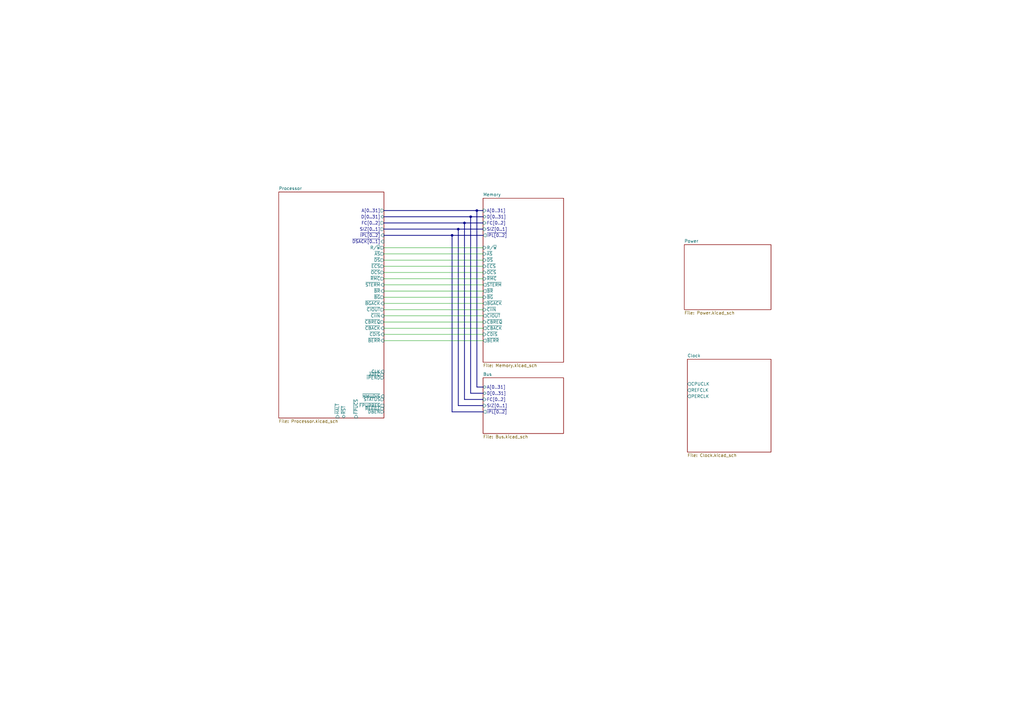
<source format=kicad_sch>
(kicad_sch (version 20230121) (generator eeschema)
  (paper "A3")
  (title_block (title "'030 Extensible Homebrew Computer") (date "2023-11-29") (rev "0"))
  (lib_symbols)
  (junction (at 193.04 88.9))
  (junction (at 187.96 93.98))
  (junction (at 185.42 96.52))
  (junction (at 190.5 91.44))
  (junction (at 195.58 86.36))
  (bus (pts (xy 193.04 88.9) (xy 193.04 161.29)))
  (bus (pts (xy 195.58 86.36) (xy 195.58 158.75)))
  (wire (pts (xy 157.48 104.14) (xy 198.12 104.14)))
  (wire (pts (xy 157.48 127) (xy 198.12 127)))
  (wire (pts (xy 157.48 129.54) (xy 198.12 129.54)))
  (wire (pts (xy 157.48 109.22) (xy 198.12 109.22)))
  (wire (pts (xy 157.48 137.16) (xy 198.12 137.16)))
  (wire (pts (xy 157.48 121.92) (xy 198.12 121.92)))
  (bus (pts (xy 157.48 93.98) (xy 187.96 93.98)))
  (wire (pts (xy 157.48 111.76) (xy 198.12 111.76)))
  (bus (pts (xy 185.42 168.91) (xy 198.12 168.91)))
  (bus (pts (xy 157.48 88.9) (xy 193.04 88.9)))
  (wire (pts (xy 157.48 119.38) (xy 198.12 119.38)))
  (bus (pts (xy 190.5 91.44) (xy 198.12 91.44)))
  (bus (pts (xy 195.58 158.75) (xy 198.12 158.75)))
  (wire (pts (xy 157.48 106.68) (xy 198.12 106.68)))
  (wire (pts (xy 157.48 139.7) (xy 198.12 139.7)))
  (bus (pts (xy 193.04 161.29) (xy 198.12 161.29)))
  (bus (pts (xy 157.48 96.52) (xy 185.42 96.52)))
  (bus (pts (xy 187.96 166.37) (xy 198.12 166.37)))
  (bus (pts (xy 193.04 88.9) (xy 198.12 88.9)))
  (wire (pts (xy 157.48 134.62) (xy 198.12 134.62)))
  (bus (pts (xy 157.48 86.36) (xy 195.58 86.36)))
  (bus (pts (xy 185.42 96.52) (xy 185.42 168.91)))
  (bus (pts (xy 185.42 96.52) (xy 198.12 96.52)))
  (bus (pts (xy 195.58 86.36) (xy 198.12 86.36)))
  (wire (pts (xy 157.48 124.46) (xy 198.12 124.46)))
  (bus (pts (xy 190.5 163.83) (xy 198.12 163.83)))
  (wire (pts (xy 157.48 132.08) (xy 198.12 132.08)))
  (wire (pts (xy 157.48 116.84) (xy 198.12 116.84)))
  (bus (pts (xy 187.96 93.98) (xy 187.96 166.37)))
  (bus (pts (xy 157.48 91.44) (xy 190.5 91.44)))
  (bus (pts (xy 187.96 93.98) (xy 198.12 93.98)))
  (wire (pts (xy 157.48 101.6) (xy 198.12 101.6)))
  (bus (pts (xy 190.5 91.44) (xy 190.5 163.83)))
  (wire (pts (xy 157.48 114.3) (xy 198.12 114.3)))
  (sheet (at 281.94 147.32) (size 34.29 38.1) (stroke (width 0.1524))
    (property "Sheetname" "Clock" (at 281.94 146.6084 0) (effects (justify left bottom)))
    (property "Sheetfile" "Clock.kicad_sch" (at 281.94 186.0046 0) (effects (justify left top)))
    (pin "CPUCLK" output (at 281.94 157.48 180))
    (pin "REFCLK" output (at 281.94 160.02 180))
    (pin "PERCLK" output (at 281.94 162.56 180))
  )
  (sheet (at 280.67 100.33) (size 35.56 26.67) (stroke (width 0.1524))
    (property "Sheetname" "Power" (at 280.67 99.6184 0) (effects (justify left bottom)))
    (property "Sheetfile" "Power.kicad_sch" (at 280.67 127.5846 0) (effects (justify left top)))
  )
  (sheet (at 198.12 81.28) (size 33.02 67.31) (stroke (width 0.1524))
    (property "Sheetname" "Memory" (at 198.12 80.5684 0) (effects (justify left bottom)))
    (property "Sheetfile" "Memory.kicad_sch" (at 198.12 149.1746 0) (effects (justify left top)))
    (pin "A[0..31]" input (at 198.12 86.36 180))
    (pin "D[0..31]" bidirectional (at 198.12 88.9 180))
    (pin "FC[0..2]" input (at 198.12 91.44 180))
    (pin "SIZ[0..1]" input (at 198.12 93.98 180))
    (pin "~{IPL[0..2]}" output (at 198.12 96.52 180))
    (pin "~{AS}" input (at 198.12 104.14 180))
    (pin "R{slash}~{W}" input (at 198.12 101.6 180))
    (pin "~{BERR}" output (at 198.12 139.7 180))
    (pin "~{CDIS}" input (at 198.12 137.16 180))
    (pin "~{BR}" output (at 198.12 119.38 180))
    (pin "~{BGACK}" output (at 198.12 124.46 180))
    (pin "~{CBREQ}" input (at 198.12 132.08 180))
    (pin "~{CIOUT}" output (at 198.12 129.54 180))
    (pin "~{CIIN}" input (at 198.12 127 180))
    (pin "~{BG}" input (at 198.12 121.92 180))
    (pin "~{CBACK}" output (at 198.12 134.62 180))
    (pin "~{DS}" input (at 198.12 106.68 180))
    (pin "~{OCS}" input (at 198.12 111.76 180))
    (pin "~{STERM}" output (at 198.12 116.84 180))
    (pin "~{RMC}" input (at 198.12 114.3 180))
    (pin "~{ECS}" input (at 198.12 109.22 180))
  )
  (sheet (at 198.12 154.94) (size 33.02 22.86) (stroke (width 0.1524))
    (property "Sheetname" "Bus" (at 198.12 154.2284 0) (effects (justify left bottom)))
    (property "Sheetfile" "Bus.kicad_sch" (at 198.12 178.3846 0) (effects (justify left top)))
    (pin "A[0..31]" bidirectional (at 198.12 158.75 180))
    (pin "FC[0..2]" input (at 198.12 163.83 180))
    (pin "~{IPL[0..2]}" output (at 198.12 168.91 180))
    (pin "D[0..31]" bidirectional (at 198.12 161.29 180))
    (pin "SIZ[0..1]" input (at 198.12 166.37 180))
  )
  (sheet (at 114.3 78.74) (size 43.18 92.71) (stroke (width 0.1524))
    (property "Sheetname" "Processor" (at 114.3 78.0284 0) (effects (justify left bottom)))
    (property "Sheetfile" "Processor.kicad_sch" (at 114.3 172.0346 0) (effects (justify left top)))
    (pin "~{FPUPRES}" passive (at 157.48 166.37 0))
    (pin "A[0..31]" output (at 157.48 86.36 0))
    (pin "D[0..31]" bidirectional (at 157.48 88.9 0))
    (pin "FC[0..2]" output (at 157.48 91.44 0))
    (pin "R{slash}~{W}" output (at 157.48 101.6 0))
    (pin "~{AS}" output (at 157.48 104.14 0))
    (pin "~{DS}" output (at 157.48 106.68 0))
    (pin "~{HALT}" input (at 138.43 171.45 270))
    (pin "~{RST}" bidirectional (at 140.97 171.45 270))
    (pin "~{BGACK}" input (at 157.48 124.46 0))
    (pin "~{BG}" output (at 157.48 121.92 0))
    (pin "~{BR}" input (at 157.48 119.38 0))
    (pin "~{BERR}" input (at 157.48 139.7 0))
    (pin "CLK" input (at 157.48 152.4 0))
    (pin "~{AVEC}" output (at 157.48 153.67 0))
    (pin "~{IPEND}" output (at 157.48 154.94 0))
    (pin "~{CIOUT}" output (at 157.48 127 0))
    (pin "~{CBREQ}" output (at 157.48 132.08 0))
    (pin "~{CBACK}" input (at 157.48 134.62 0))
    (pin "~{CIIN}" input (at 157.48 129.54 0))
    (pin "~{STERM}" input (at 157.48 116.84 0))
    (pin "~{MMUDIS}" input (at 157.48 162.56 0))
    (pin "~{STATUS}" output (at 157.48 163.83 0))
    (pin "~{CDIS}" input (at 157.48 137.16 0))
    (pin "~{REFILL}" output (at 157.48 167.64 0))
    (pin "~{DBEN}" output (at 157.48 168.91 0))
    (pin "~{RMC}" output (at 157.48 114.3 0))
    (pin "~{OCS}" output (at 157.48 111.76 0))
    (pin "~{ECS}" output (at 157.48 109.22 0))
    (pin "~{FPUCS}" input (at 146.05 171.45 270))
    (pin "~{DSACK[0..1]}" input (at 157.48 99.06 0))
    (pin "~{IPL[0..2]}" input (at 157.48 96.52 0))
    (pin "SIZ[0..1]" output (at 157.48 93.98 0))
  )
)
</source>
